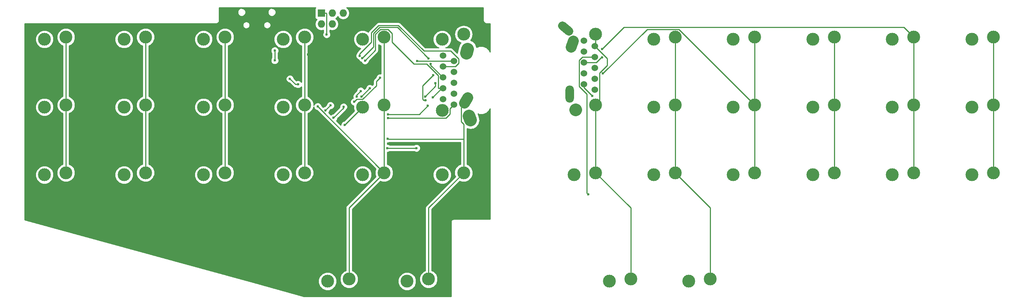
<source format=gtl>
G04 #@! TF.FileFunction,Copper,L1,Top,Signal*
%FSLAX46Y46*%
G04 Gerber Fmt 4.6, Leading zero omitted, Abs format (unit mm)*
G04 Created by KiCad (PCBNEW 4.0.1-stable) date Saturday, January 28, 2017 'PMt' 02:32:07 PM*
%MOMM*%
G01*
G04 APERTURE LIST*
%ADD10C,0.100000*%
%ADD11C,3.000000*%
%ADD12C,2.500000*%
%ADD13O,3.000000X3.000000*%
%ADD14C,1.524000*%
%ADD15O,2.000000X4.000000*%
%ADD16C,2.000000*%
%ADD17C,3.000000*%
%ADD18R,1.727200X1.727200*%
%ADD19O,1.727200X1.727200*%
%ADD20C,0.600000*%
%ADD21C,0.250000*%
%ADD22C,0.254000*%
G04 APERTURE END LIST*
D10*
D11*
X79250000Y-2400000D03*
X84250000Y-1900000D03*
X71083330Y-58800000D03*
X76083330Y-58300000D03*
X42250000Y-2400000D03*
X47250000Y-1900000D03*
D12*
X128296091Y-2822862D02*
X127783061Y-4232400D01*
D13*
X133450000Y-1200000D03*
D14*
X133250000Y-14150000D03*
D15*
X127410000Y-15210000D03*
D16*
X125724703Y754133D02*
X127256791Y-531443D01*
D14*
X130710000Y-12880000D03*
X133250000Y-11610000D03*
X133250000Y-9070000D03*
X133250000Y-6530000D03*
X133250000Y-3990000D03*
X130710000Y-10340000D03*
X130710000Y-7800000D03*
X130710000Y-5260000D03*
X130710000Y-2720000D03*
D11*
X97750000Y-2400000D03*
D13*
X102750000Y-1200000D03*
X97750000Y-18950000D03*
D12*
X103725000Y-16011251D02*
X102975000Y-17310289D01*
D14*
X97930000Y-6220000D03*
D17*
X103640591Y-4642963D02*
X103381771Y-5608889D01*
X103975212Y-20273816D02*
X104317232Y-21213508D01*
D14*
X100470000Y-7490000D03*
X97930000Y-8760000D03*
X97930000Y-11300000D03*
X97930000Y-13840000D03*
X97930000Y-16380000D03*
X100470000Y-10030000D03*
X100470000Y-12570000D03*
X100470000Y-15110000D03*
X100470000Y-17650000D03*
D18*
X69640000Y3710000D03*
D19*
X69640000Y1170000D03*
X72180000Y3710000D03*
X72180000Y1170000D03*
X74720000Y3710000D03*
X74720000Y1170000D03*
D11*
X5250000Y-2400000D03*
X10250000Y-1900000D03*
X155116667Y-58800000D03*
X160116667Y-58300000D03*
X136616667Y-58800000D03*
X141616667Y-58300000D03*
X89583330Y-58800000D03*
X94583330Y-58300000D03*
X220950000Y-34000000D03*
X225950000Y-33500000D03*
X202450000Y-34000000D03*
X207450000Y-33500000D03*
X183950000Y-34000000D03*
X188950000Y-33500000D03*
X165450000Y-34000000D03*
X170450000Y-33500000D03*
X146950000Y-34000000D03*
X151950000Y-33500000D03*
X128450000Y-34000000D03*
X133450000Y-33500000D03*
X97750000Y-34000000D03*
X102750000Y-33500000D03*
X79250000Y-34000000D03*
X84250000Y-33500000D03*
X60750000Y-34000000D03*
X65750000Y-33500000D03*
X42250000Y-34000000D03*
X47250000Y-33500000D03*
X23750000Y-34000000D03*
X28750000Y-33500000D03*
X5250000Y-34000000D03*
X10250000Y-33500000D03*
X220950000Y-18200000D03*
X225950000Y-17700000D03*
X202450000Y-18200000D03*
X207450000Y-17700000D03*
X183950000Y-18200000D03*
X188950000Y-17700000D03*
X165450000Y-18200000D03*
X170450000Y-17700000D03*
X146950000Y-18200000D03*
X151950000Y-17700000D03*
D17*
X128800000Y-18806218D02*
X128800000Y-18806218D01*
D11*
X133450000Y-17700000D03*
X79250000Y-18200000D03*
X84250000Y-17700000D03*
X60750000Y-18200000D03*
X65750000Y-17700000D03*
X42250000Y-18200000D03*
X47250000Y-17700000D03*
X23750000Y-18200000D03*
X28750000Y-17700000D03*
X5250000Y-18200000D03*
X10250000Y-17700000D03*
X220950000Y-2400000D03*
X225950000Y-1900000D03*
X202450000Y-2400000D03*
X207450000Y-1900000D03*
X183950000Y-2400000D03*
X188950000Y-1900000D03*
X165450000Y-2400000D03*
X170450000Y-1900000D03*
X146950000Y-2400000D03*
X151950000Y-1900000D03*
X60750000Y-2400000D03*
X65750000Y-1900000D03*
X23750000Y-2400000D03*
X28750000Y-1900000D03*
D20*
X56890000Y-960000D03*
X95660000Y3000000D03*
X76277258Y-3960000D03*
X80660000Y-8230000D03*
X70970000Y-12640000D03*
X72410000Y-10070000D03*
X70100000Y-21720000D03*
X51540000Y-2480000D03*
X66559586Y-5921274D03*
X62560000Y-8830000D03*
X70586949Y-18953051D03*
X71750000Y-17830000D03*
X62340000Y-11610000D03*
X64230000Y-12920000D03*
X58820000Y-5040000D03*
X58800000Y-7320009D03*
X95650000Y-10750000D03*
X93850000Y-16600000D03*
X91750000Y-27750060D03*
X85000000Y-27750060D03*
X78577542Y-6241166D03*
X75100000Y-22350000D03*
X96200000Y-12600000D03*
X93800000Y-15735010D03*
X79150000Y-6800000D03*
X94600000Y-6850000D03*
X95083052Y-8183052D03*
X95550000Y-15900000D03*
X79800000Y-7350000D03*
X131700000Y-38550000D03*
X68800000Y-18050000D03*
X85050000Y-25550000D03*
X132700000Y-15600000D03*
X135150000Y-10350000D03*
X134988052Y-6611948D03*
X134950000Y-4700000D03*
X85200000Y-20775001D03*
X78800000Y-14450000D03*
X77900000Y-15735010D03*
X80900000Y-13824990D03*
X78950000Y-15735010D03*
X91950000Y-7500000D03*
X83300000Y-11325050D03*
X77300000Y-16985021D03*
X85200000Y-19900000D03*
X94416949Y-17916949D03*
X70870000Y-1280000D03*
X74819250Y-18140750D03*
X72490000Y-20700000D03*
D21*
X70120000Y-21700000D02*
X70100000Y-21720000D01*
X71750000Y-17830000D02*
X71710000Y-17830000D01*
X71710000Y-17830000D02*
X70586949Y-18953051D01*
X64230000Y-12920000D02*
X63650000Y-12920000D01*
X63650000Y-12920000D02*
X62340000Y-11610000D01*
X58820000Y-5040000D02*
X58820000Y-7300009D01*
X58820000Y-7300009D02*
X58800000Y-7320009D01*
X93850000Y-16600000D02*
X93425736Y-16600000D01*
X93174999Y-13225001D02*
X95650000Y-10750000D01*
X93425736Y-16600000D02*
X93174999Y-16349263D01*
X93174999Y-16349263D02*
X93174999Y-13225001D01*
X85000000Y-27750060D02*
X91750000Y-27750060D01*
X97930000Y-8760000D02*
X100808762Y-8760000D01*
X100808762Y-8760000D02*
X101557001Y-8011761D01*
X101557001Y-8011761D02*
X101557001Y-6968239D01*
X101557001Y-6968239D02*
X99721761Y-5132999D01*
X99721761Y-5132999D02*
X93519409Y-5132999D01*
X81310164Y-3040838D02*
X78577542Y-5773460D01*
X93519409Y-5132999D02*
X87561390Y825020D01*
X87561390Y825020D02*
X83001197Y825019D01*
X83001197Y825019D02*
X81310164Y-866014D01*
X78577542Y-5773460D02*
X78577542Y-6241166D01*
X81310164Y-866014D02*
X81310164Y-3040838D01*
X79250000Y-18200000D02*
X75100000Y-22350000D01*
X93800000Y-15735010D02*
X96200000Y-13335010D01*
X96200000Y-13335010D02*
X96200000Y-12600000D01*
X94600000Y-6850000D02*
X87374990Y375010D01*
X87374990Y375010D02*
X83187598Y375010D01*
X81760174Y-1052414D02*
X81760174Y-4189826D01*
X83187598Y375010D02*
X81760174Y-1052414D01*
X81760174Y-4189826D02*
X79150000Y-6800000D01*
X97930000Y-11300000D02*
X95083052Y-8453052D01*
X95083052Y-8453052D02*
X95083052Y-8183052D01*
X82210184Y-1238814D02*
X82210184Y-4939816D01*
X95550000Y-15900000D02*
X97610000Y-13840000D01*
X97610000Y-13840000D02*
X97930000Y-13840000D01*
X96842999Y-10849409D02*
X94118591Y-8125001D01*
X94118591Y-8125001D02*
X91137371Y-8125001D01*
X91137371Y-8125001D02*
X86075001Y-3062631D01*
X96852370Y-13840000D02*
X96852370Y-11831132D01*
X96842999Y-11821761D02*
X96842999Y-10849409D01*
X96852370Y-11831132D02*
X96842999Y-11821761D01*
X97930000Y-13840000D02*
X96852370Y-13840000D01*
X86075001Y-3062631D02*
X86075001Y-1023999D01*
X86075001Y-1023999D02*
X85126001Y-74999D01*
X85126001Y-74999D02*
X83373999Y-74999D01*
X83373999Y-74999D02*
X82210184Y-1238814D01*
X82210184Y-4939816D02*
X79800000Y-7350000D01*
X131700000Y-38550000D02*
X131400001Y-38250001D01*
X131400001Y-38250001D02*
X131400001Y-15178763D01*
X131400001Y-15178763D02*
X129622999Y-13401761D01*
X129622999Y-13401761D02*
X129622999Y-7278239D01*
X129622999Y-7278239D02*
X130371238Y-6530000D01*
X130371238Y-6530000D02*
X132172370Y-6530000D01*
X132172370Y-6530000D02*
X133250000Y-6530000D01*
X10250000Y-17700000D02*
X10250000Y-1900000D01*
X10250000Y-33500000D02*
X10250000Y-31378680D01*
X10250000Y-31378680D02*
X10250000Y-17700000D01*
X28750000Y-17700000D02*
X28750000Y-1900000D01*
X28750000Y-33500000D02*
X28750000Y-17700000D01*
X47250000Y-17700000D02*
X47250000Y-15578680D01*
X47250000Y-15578680D02*
X47250000Y-1900000D01*
X47250000Y-17700000D02*
X47250000Y-33500000D01*
X47250000Y-33500000D02*
X47250000Y-31378680D01*
X65750000Y-17700000D02*
X65750000Y-1900000D01*
X65750000Y-33500000D02*
X65750000Y-17700000D01*
X76083330Y-58300000D02*
X76083330Y-41666670D01*
X76083330Y-41666670D02*
X84250000Y-33500000D01*
X84250000Y-33500000D02*
X68800000Y-18050000D01*
X84250000Y-17700000D02*
X84250000Y-1900000D01*
X84250000Y-17700000D02*
X84250000Y-33500000D01*
X94583330Y-49300000D02*
X94583330Y-58300000D01*
X102750000Y-25650000D02*
X102750000Y-22219160D01*
X102750000Y-33500000D02*
X102750000Y-25650000D01*
X102750000Y-25650000D02*
X85150000Y-25650000D01*
X85150000Y-25650000D02*
X85050000Y-25550000D01*
X102750000Y-22219160D02*
X102150202Y-21619362D01*
X102150202Y-21619362D02*
X102150202Y-18299798D01*
X102150202Y-18299798D02*
X102750000Y-17700000D01*
X94583330Y-49300000D02*
X94583330Y-41666670D01*
X94583330Y-41666670D02*
X102750000Y-33500000D01*
X141616667Y-41666667D02*
X141616667Y-58300000D01*
X134337001Y-16812999D02*
X134337001Y-10250000D01*
X136100000Y-6840000D02*
X136100000Y-8487001D01*
X136100000Y-8487001D02*
X134337001Y-10250000D01*
X133250000Y-3990000D02*
X136100000Y-6840000D01*
X133450000Y-17700000D02*
X134337001Y-16812999D01*
X133450000Y-1900000D02*
X133450000Y-3790000D01*
X133450000Y-3790000D02*
X133250000Y-3990000D01*
X133450000Y-33500000D02*
X133450000Y-17700000D01*
X141616667Y-41666667D02*
X133450000Y-33500000D01*
X160116667Y-41666667D02*
X160116667Y-58300000D01*
X132700000Y-15600000D02*
X130710000Y-13610000D01*
X130710000Y-13610000D02*
X130710000Y-12880000D01*
X151950000Y-17700000D02*
X151950000Y-1900000D01*
X151950000Y-33500000D02*
X151950000Y-17700000D01*
X160116667Y-41666667D02*
X151950000Y-33500000D01*
X170450000Y-17700000D02*
X152824999Y-74999D01*
X152824999Y-74999D02*
X145425001Y-74999D01*
X145425001Y-74999D02*
X135150000Y-10350000D01*
X170450000Y-17700000D02*
X170450000Y-1900000D01*
X170450000Y-33500000D02*
X170450000Y-17700000D01*
X134988052Y-6611948D02*
X134776814Y-6611948D01*
X134776814Y-6611948D02*
X133588762Y-7800000D01*
X133588762Y-7800000D02*
X131787630Y-7800000D01*
X131787630Y-7800000D02*
X130710000Y-7800000D01*
X188950000Y-1900000D02*
X188950000Y-4021320D01*
X188950000Y-4021320D02*
X188950000Y-17700000D01*
X188950000Y-33500000D02*
X188950000Y-31378680D01*
X188950000Y-31378680D02*
X188950000Y-17700000D01*
X207450000Y-1900000D02*
X205174990Y375010D01*
X205174990Y375010D02*
X140025010Y375010D01*
X140025010Y375010D02*
X134950000Y-4700000D01*
X207450000Y-17700000D02*
X207450000Y-15578680D01*
X207450000Y-15578680D02*
X207450000Y-1900000D01*
X207450000Y-33500000D02*
X207450000Y-17700000D01*
X225950000Y-17700000D02*
X225950000Y-1900000D01*
X225950000Y-33500000D02*
X225950000Y-31378680D01*
X225950000Y-31378680D02*
X225950000Y-17700000D01*
X85200000Y-20775001D02*
X98626001Y-20775001D01*
X98626001Y-20775001D02*
X99575001Y-19826001D01*
X99575001Y-19826001D02*
X99575001Y-18544999D01*
X99575001Y-18544999D02*
X100470000Y-17650000D01*
X77900000Y-15735010D02*
X77900000Y-15350000D01*
X77900000Y-15350000D02*
X78800000Y-14450000D01*
X78950000Y-15735010D02*
X80860020Y-13824990D01*
X80860020Y-13824990D02*
X80900000Y-13824990D01*
X91950000Y-7500000D02*
X100460000Y-7500000D01*
X100460000Y-7500000D02*
X100470000Y-7490000D01*
X82450000Y-13199980D02*
X82450000Y-12175050D01*
X82450000Y-12175050D02*
X83300000Y-11325050D01*
X77300000Y-16985021D02*
X77910022Y-16374999D01*
X77910022Y-16374999D02*
X79274981Y-16374999D01*
X79274981Y-16374999D02*
X82450000Y-13199980D01*
X94416949Y-17916949D02*
X92433898Y-19900000D01*
X92433898Y-19900000D02*
X85200000Y-19900000D01*
X69640000Y3710000D02*
X70753600Y3710000D01*
X70753600Y3710000D02*
X70870000Y3593600D01*
X70870000Y3593600D02*
X70870000Y-1280000D01*
X72490000Y-20700000D02*
X74819250Y-18370750D01*
X74819250Y-18370750D02*
X74819250Y-18140750D01*
D22*
G36*
X68179969Y4825490D02*
X68128960Y4573600D01*
X68128960Y2846400D01*
X68173238Y2611083D01*
X68312310Y2394959D01*
X68524510Y2249969D01*
X68568345Y2241092D01*
X68255474Y1772848D01*
X68141400Y1199359D01*
X68141400Y1140641D01*
X68255474Y567152D01*
X68580330Y80971D01*
X69066511Y-243885D01*
X69640000Y-357959D01*
X70110000Y-264470D01*
X70110000Y-717537D01*
X70077808Y-749673D01*
X69935162Y-1093201D01*
X69934838Y-1465167D01*
X70076883Y-1808943D01*
X70339673Y-2072192D01*
X70683201Y-2214838D01*
X71055167Y-2215162D01*
X71398943Y-2073117D01*
X71662192Y-1810327D01*
X71804838Y-1466799D01*
X71805162Y-1094833D01*
X71663117Y-751057D01*
X71630000Y-717882D01*
X71630000Y-248557D01*
X72180000Y-357959D01*
X72753489Y-243885D01*
X73239670Y80971D01*
X73564526Y567152D01*
X73678600Y1140641D01*
X73678600Y1199359D01*
X73564526Y1772848D01*
X73239670Y2259029D01*
X72968828Y2440000D01*
X73239670Y2620971D01*
X73450000Y2935752D01*
X73660330Y2620971D01*
X74146511Y2296115D01*
X74720000Y2182041D01*
X75293489Y2296115D01*
X75779670Y2620971D01*
X76104526Y3107152D01*
X76218600Y3680641D01*
X76218600Y3739359D01*
X76104526Y4312848D01*
X75779670Y4799029D01*
X75493862Y4990000D01*
X107290000Y4990000D01*
X107290000Y2000000D01*
X107344046Y1728295D01*
X107497954Y1497954D01*
X107728295Y1344046D01*
X108000000Y1290000D01*
X108873000Y1290000D01*
X108873000Y-5335972D01*
X108715845Y-4955628D01*
X108087679Y-4326364D01*
X107266519Y-3985389D01*
X106377381Y-3984613D01*
X105747129Y-4245028D01*
X105502917Y-3525601D01*
X104953659Y-2899291D01*
X104367836Y-2610394D01*
X104764310Y-2017029D01*
X104926827Y-1200000D01*
X104764310Y-382971D01*
X104301500Y309673D01*
X103608856Y772483D01*
X102791827Y935000D01*
X102708173Y935000D01*
X101891144Y772483D01*
X101198500Y309673D01*
X100735690Y-382971D01*
X100573173Y-1200000D01*
X100735690Y-2017029D01*
X101198500Y-2709673D01*
X101891144Y-3172483D01*
X102059768Y-3206024D01*
X101960143Y-3293393D01*
X101591701Y-4040519D01*
X101306159Y-5106173D01*
X101273162Y-5609598D01*
X100259162Y-4595598D01*
X100012600Y-4430851D01*
X99721761Y-4372999D01*
X98565782Y-4372999D01*
X98957800Y-4211020D01*
X99558909Y-3610959D01*
X99884628Y-2826541D01*
X99885370Y-1977185D01*
X99561020Y-1192200D01*
X98960959Y-591091D01*
X98176541Y-265372D01*
X97327185Y-264630D01*
X96542200Y-588980D01*
X95941091Y-1189041D01*
X95615372Y-1973459D01*
X95614630Y-2822815D01*
X95938980Y-3607800D01*
X96539041Y-4208909D01*
X96934213Y-4372999D01*
X93834211Y-4372999D01*
X88098791Y1362421D01*
X87852229Y1527168D01*
X87561390Y1585020D01*
X83001197Y1585019D01*
X82710358Y1527167D01*
X82463796Y1362420D01*
X80772763Y-328613D01*
X80608016Y-575175D01*
X80580942Y-711284D01*
X80460959Y-591091D01*
X79676541Y-265372D01*
X78827185Y-264630D01*
X78042200Y-588980D01*
X77441091Y-1189041D01*
X77115372Y-1973459D01*
X77114630Y-2822815D01*
X77438980Y-3607800D01*
X78039041Y-4208909D01*
X78765598Y-4510602D01*
X78040141Y-5236059D01*
X77875394Y-5482621D01*
X77841060Y-5655226D01*
X77785350Y-5710839D01*
X77642704Y-6054367D01*
X77642380Y-6426333D01*
X77784425Y-6770109D01*
X78047215Y-7033358D01*
X78273590Y-7127357D01*
X78356883Y-7328943D01*
X78619673Y-7592192D01*
X78944055Y-7726888D01*
X79006883Y-7878943D01*
X79269673Y-8142192D01*
X79613201Y-8284838D01*
X79985167Y-8285162D01*
X80328943Y-8143117D01*
X80592192Y-7880327D01*
X80734838Y-7536799D01*
X80734879Y-7489923D01*
X82747585Y-5477217D01*
X82912332Y-5230655D01*
X82970184Y-4939816D01*
X82970184Y-3639932D01*
X83039041Y-3708909D01*
X83490000Y-3896164D01*
X83490000Y-10391541D01*
X83486799Y-10390212D01*
X83114833Y-10389888D01*
X82771057Y-10531933D01*
X82507808Y-10794723D01*
X82365162Y-11138251D01*
X82365121Y-11185127D01*
X81912599Y-11637649D01*
X81747852Y-11884211D01*
X81690000Y-12175050D01*
X81690000Y-12885178D01*
X81486305Y-13088873D01*
X81430327Y-13032798D01*
X81086799Y-12890152D01*
X80714833Y-12889828D01*
X80371057Y-13031873D01*
X80107808Y-13294663D01*
X79965162Y-13638191D01*
X79965156Y-13645052D01*
X79621196Y-13989012D01*
X79593117Y-13921057D01*
X79330327Y-13657808D01*
X78986799Y-13515162D01*
X78614833Y-13514838D01*
X78271057Y-13656883D01*
X78007808Y-13919673D01*
X77865162Y-14263201D01*
X77865121Y-14310077D01*
X77362599Y-14812599D01*
X77197852Y-15059161D01*
X77184043Y-15128580D01*
X77107808Y-15204683D01*
X76965162Y-15548211D01*
X76964838Y-15920177D01*
X77032481Y-16083886D01*
X76771057Y-16191904D01*
X76507808Y-16454694D01*
X76365162Y-16798222D01*
X76364838Y-17170188D01*
X76506883Y-17513964D01*
X76769673Y-17777213D01*
X77113201Y-17919859D01*
X77115244Y-17919861D01*
X77114630Y-18622815D01*
X77301098Y-19074100D01*
X74960320Y-21414878D01*
X74914833Y-21414838D01*
X74571057Y-21556883D01*
X74307808Y-21819673D01*
X74165162Y-22163201D01*
X74165008Y-22340206D01*
X73168561Y-21343759D01*
X73282192Y-21230327D01*
X73424838Y-20886799D01*
X73424879Y-20839923D01*
X75318783Y-18946019D01*
X75348193Y-18933867D01*
X75611442Y-18671077D01*
X75754088Y-18327549D01*
X75754412Y-17955583D01*
X75612367Y-17611807D01*
X75349577Y-17348558D01*
X75006049Y-17205912D01*
X74634083Y-17205588D01*
X74290307Y-17347633D01*
X74027058Y-17610423D01*
X73884412Y-17953951D01*
X73884171Y-18231027D01*
X72350320Y-19764878D01*
X72304833Y-19764838D01*
X71961057Y-19906883D01*
X71846271Y-20021469D01*
X71343630Y-19518828D01*
X71379141Y-19483378D01*
X71521787Y-19139850D01*
X71521828Y-19092974D01*
X71849714Y-18765088D01*
X71935167Y-18765162D01*
X72278943Y-18623117D01*
X72542192Y-18360327D01*
X72684838Y-18016799D01*
X72685162Y-17644833D01*
X72543117Y-17301057D01*
X72280327Y-17037808D01*
X71936799Y-16895162D01*
X71564833Y-16894838D01*
X71221057Y-17036883D01*
X70957808Y-17299673D01*
X70815162Y-17643201D01*
X70815156Y-17650042D01*
X70447269Y-18017929D01*
X70401782Y-18017889D01*
X70058006Y-18159934D01*
X70021339Y-18196537D01*
X69735122Y-17910320D01*
X69735162Y-17864833D01*
X69593117Y-17521057D01*
X69330327Y-17257808D01*
X68986799Y-17115162D01*
X68614833Y-17114838D01*
X68271057Y-17256883D01*
X68007808Y-17519673D01*
X67884900Y-17815668D01*
X67885370Y-17277185D01*
X67561020Y-16492200D01*
X66960959Y-15891091D01*
X66510000Y-15703836D01*
X66510000Y-3896048D01*
X66957800Y-3711020D01*
X67558909Y-3110959D01*
X67884628Y-2326541D01*
X67885370Y-1477185D01*
X67561020Y-692200D01*
X66960959Y-91091D01*
X66176541Y234628D01*
X65327185Y235370D01*
X64542200Y-88980D01*
X63941091Y-689041D01*
X63615372Y-1473459D01*
X63614630Y-2322815D01*
X63938980Y-3107800D01*
X64539041Y-3708909D01*
X64990000Y-3896164D01*
X64990000Y-12357882D01*
X64760327Y-12127808D01*
X64416799Y-11985162D01*
X64044833Y-11984838D01*
X63864254Y-12059452D01*
X63275122Y-11470320D01*
X63275162Y-11424833D01*
X63133117Y-11081057D01*
X62870327Y-10817808D01*
X62526799Y-10675162D01*
X62154833Y-10674838D01*
X61811057Y-10816883D01*
X61547808Y-11079673D01*
X61405162Y-11423201D01*
X61404838Y-11795167D01*
X61546883Y-12138943D01*
X61809673Y-12402192D01*
X62153201Y-12544838D01*
X62200077Y-12544879D01*
X63112599Y-13457401D01*
X63359161Y-13622148D01*
X63650000Y-13680000D01*
X63667537Y-13680000D01*
X63699673Y-13712192D01*
X64043201Y-13854838D01*
X64415167Y-13855162D01*
X64758943Y-13713117D01*
X64990000Y-13482463D01*
X64990000Y-15703952D01*
X64542200Y-15888980D01*
X63941091Y-16489041D01*
X63615372Y-17273459D01*
X63614630Y-18122815D01*
X63938980Y-18907800D01*
X64539041Y-19508909D01*
X64990000Y-19696164D01*
X64990000Y-31503952D01*
X64542200Y-31688980D01*
X63941091Y-32289041D01*
X63615372Y-33073459D01*
X63614630Y-33922815D01*
X63938980Y-34707800D01*
X64539041Y-35308909D01*
X65323459Y-35634628D01*
X66172815Y-35635370D01*
X66957800Y-35311020D01*
X67558909Y-34710959D01*
X67678556Y-34422815D01*
X77114630Y-34422815D01*
X77438980Y-35207800D01*
X78039041Y-35808909D01*
X78823459Y-36134628D01*
X79672815Y-36135370D01*
X80457800Y-35811020D01*
X81058909Y-35210959D01*
X81384628Y-34426541D01*
X81385370Y-33577185D01*
X81061020Y-32792200D01*
X80460959Y-32191091D01*
X79676541Y-31865372D01*
X78827185Y-31864630D01*
X78042200Y-32188980D01*
X77441091Y-32789041D01*
X77115372Y-33573459D01*
X77114630Y-34422815D01*
X67678556Y-34422815D01*
X67884628Y-33926541D01*
X67885370Y-33077185D01*
X67561020Y-32292200D01*
X66960959Y-31691091D01*
X66510000Y-31503836D01*
X66510000Y-19696048D01*
X66957800Y-19511020D01*
X67558909Y-18910959D01*
X67864891Y-18174072D01*
X67864838Y-18235167D01*
X68006883Y-18578943D01*
X68269673Y-18842192D01*
X68613201Y-18984838D01*
X68660077Y-18984879D01*
X82301181Y-32625983D01*
X82115372Y-33073459D01*
X82114630Y-33922815D01*
X82301098Y-34374100D01*
X75545929Y-41129269D01*
X75381182Y-41375831D01*
X75323330Y-41666670D01*
X75323330Y-56303952D01*
X74875530Y-56488980D01*
X74274421Y-57089041D01*
X73948702Y-57873459D01*
X73947960Y-58722815D01*
X74272310Y-59507800D01*
X74872371Y-60108909D01*
X75656789Y-60434628D01*
X76506145Y-60435370D01*
X77291130Y-60111020D01*
X77892239Y-59510959D01*
X78011886Y-59222815D01*
X87447960Y-59222815D01*
X87772310Y-60007800D01*
X88372371Y-60608909D01*
X89156789Y-60934628D01*
X90006145Y-60935370D01*
X90791130Y-60611020D01*
X91392239Y-60010959D01*
X91717958Y-59226541D01*
X91718700Y-58377185D01*
X91394350Y-57592200D01*
X90794289Y-56991091D01*
X90009871Y-56665372D01*
X89160515Y-56664630D01*
X88375530Y-56988980D01*
X87774421Y-57589041D01*
X87448702Y-58373459D01*
X87447960Y-59222815D01*
X78011886Y-59222815D01*
X78217958Y-58726541D01*
X78218700Y-57877185D01*
X77894350Y-57092200D01*
X77294289Y-56491091D01*
X76843330Y-56303836D01*
X76843330Y-41981472D01*
X83375983Y-35448819D01*
X83823459Y-35634628D01*
X84672815Y-35635370D01*
X85457800Y-35311020D01*
X86058909Y-34710959D01*
X86178556Y-34422815D01*
X95614630Y-34422815D01*
X95938980Y-35207800D01*
X96539041Y-35808909D01*
X97323459Y-36134628D01*
X98172815Y-36135370D01*
X98957800Y-35811020D01*
X99558909Y-35210959D01*
X99884628Y-34426541D01*
X99885370Y-33577185D01*
X99561020Y-32792200D01*
X98960959Y-32191091D01*
X98176541Y-31865372D01*
X97327185Y-31864630D01*
X96542200Y-32188980D01*
X95941091Y-32789041D01*
X95615372Y-33573459D01*
X95614630Y-34422815D01*
X86178556Y-34422815D01*
X86384628Y-33926541D01*
X86385370Y-33077185D01*
X86061020Y-32292200D01*
X85460959Y-31691091D01*
X85010000Y-31503836D01*
X85010000Y-28685069D01*
X85185167Y-28685222D01*
X85528943Y-28543177D01*
X85562118Y-28510060D01*
X91187537Y-28510060D01*
X91219673Y-28542252D01*
X91563201Y-28684898D01*
X91935167Y-28685222D01*
X92278943Y-28543177D01*
X92542192Y-28280387D01*
X92684838Y-27936859D01*
X92685162Y-27564893D01*
X92543117Y-27221117D01*
X92280327Y-26957868D01*
X91936799Y-26815222D01*
X91564833Y-26814898D01*
X91221057Y-26956943D01*
X91187882Y-26990060D01*
X85562463Y-26990060D01*
X85530327Y-26957868D01*
X85186799Y-26815222D01*
X85010000Y-26815068D01*
X85010000Y-26484966D01*
X85235167Y-26485162D01*
X85417073Y-26410000D01*
X101990000Y-26410000D01*
X101990000Y-31503952D01*
X101542200Y-31688980D01*
X100941091Y-32289041D01*
X100615372Y-33073459D01*
X100614630Y-33922815D01*
X100801098Y-34374100D01*
X94045929Y-41129269D01*
X93881182Y-41375831D01*
X93823330Y-41666670D01*
X93823330Y-56303952D01*
X93375530Y-56488980D01*
X92774421Y-57089041D01*
X92448702Y-57873459D01*
X92447960Y-58722815D01*
X92772310Y-59507800D01*
X93372371Y-60108909D01*
X94156789Y-60434628D01*
X95006145Y-60435370D01*
X95791130Y-60111020D01*
X96392239Y-59510959D01*
X96717958Y-58726541D01*
X96718700Y-57877185D01*
X96394350Y-57092200D01*
X95794289Y-56491091D01*
X95343330Y-56303836D01*
X95343330Y-41981472D01*
X101875983Y-35448819D01*
X102323459Y-35634628D01*
X103172815Y-35635370D01*
X103957800Y-35311020D01*
X104558909Y-34710959D01*
X104884628Y-33926541D01*
X104885370Y-33077185D01*
X104561020Y-32292200D01*
X103960959Y-31691091D01*
X103510000Y-31503836D01*
X103510000Y-23215925D01*
X104241760Y-23394986D01*
X105065101Y-23268262D01*
X105777273Y-22836106D01*
X106269855Y-22164309D01*
X106467856Y-21355146D01*
X106341132Y-20531806D01*
X106057874Y-19753560D01*
X106373481Y-19884611D01*
X107262619Y-19885387D01*
X108084372Y-19545845D01*
X108713636Y-18917679D01*
X108873000Y-18533887D01*
X108873000Y-44290000D01*
X100500000Y-44290000D01*
X100228295Y-44344046D01*
X99997954Y-44497954D01*
X99844046Y-44728295D01*
X99790000Y-45000000D01*
X99790000Y-62290000D01*
X65595781Y-62290000D01*
X54434636Y-59222815D01*
X68947960Y-59222815D01*
X69272310Y-60007800D01*
X69872371Y-60608909D01*
X70656789Y-60934628D01*
X71506145Y-60935370D01*
X72291130Y-60611020D01*
X72892239Y-60010959D01*
X73217958Y-59226541D01*
X73218700Y-58377185D01*
X72894350Y-57592200D01*
X72294289Y-56991091D01*
X71509871Y-56665372D01*
X70660515Y-56664630D01*
X69875530Y-56988980D01*
X69274421Y-57589041D01*
X68948702Y-58373459D01*
X68947960Y-59222815D01*
X54434636Y-59222815D01*
X710000Y-44458793D01*
X710000Y-34422815D01*
X3114630Y-34422815D01*
X3438980Y-35207800D01*
X4039041Y-35808909D01*
X4823459Y-36134628D01*
X5672815Y-36135370D01*
X6457800Y-35811020D01*
X7058909Y-35210959D01*
X7384628Y-34426541D01*
X7385370Y-33577185D01*
X7061020Y-32792200D01*
X6460959Y-32191091D01*
X5676541Y-31865372D01*
X4827185Y-31864630D01*
X4042200Y-32188980D01*
X3441091Y-32789041D01*
X3115372Y-33573459D01*
X3114630Y-34422815D01*
X710000Y-34422815D01*
X710000Y-18622815D01*
X3114630Y-18622815D01*
X3438980Y-19407800D01*
X4039041Y-20008909D01*
X4823459Y-20334628D01*
X5672815Y-20335370D01*
X6457800Y-20011020D01*
X7058909Y-19410959D01*
X7384628Y-18626541D01*
X7385370Y-17777185D01*
X7061020Y-16992200D01*
X6460959Y-16391091D01*
X5676541Y-16065372D01*
X4827185Y-16064630D01*
X4042200Y-16388980D01*
X3441091Y-16989041D01*
X3115372Y-17773459D01*
X3114630Y-18622815D01*
X710000Y-18622815D01*
X710000Y-2822815D01*
X3114630Y-2822815D01*
X3438980Y-3607800D01*
X4039041Y-4208909D01*
X4823459Y-4534628D01*
X5672815Y-4535370D01*
X6457800Y-4211020D01*
X7058909Y-3610959D01*
X7384628Y-2826541D01*
X7385068Y-2322815D01*
X8114630Y-2322815D01*
X8438980Y-3107800D01*
X9039041Y-3708909D01*
X9490000Y-3896164D01*
X9490000Y-15703952D01*
X9042200Y-15888980D01*
X8441091Y-16489041D01*
X8115372Y-17273459D01*
X8114630Y-18122815D01*
X8438980Y-18907800D01*
X9039041Y-19508909D01*
X9490000Y-19696164D01*
X9490000Y-31503952D01*
X9042200Y-31688980D01*
X8441091Y-32289041D01*
X8115372Y-33073459D01*
X8114630Y-33922815D01*
X8438980Y-34707800D01*
X9039041Y-35308909D01*
X9823459Y-35634628D01*
X10672815Y-35635370D01*
X11457800Y-35311020D01*
X12058909Y-34710959D01*
X12178556Y-34422815D01*
X21614630Y-34422815D01*
X21938980Y-35207800D01*
X22539041Y-35808909D01*
X23323459Y-36134628D01*
X24172815Y-36135370D01*
X24957800Y-35811020D01*
X25558909Y-35210959D01*
X25884628Y-34426541D01*
X25885370Y-33577185D01*
X25561020Y-32792200D01*
X24960959Y-32191091D01*
X24176541Y-31865372D01*
X23327185Y-31864630D01*
X22542200Y-32188980D01*
X21941091Y-32789041D01*
X21615372Y-33573459D01*
X21614630Y-34422815D01*
X12178556Y-34422815D01*
X12384628Y-33926541D01*
X12385370Y-33077185D01*
X12061020Y-32292200D01*
X11460959Y-31691091D01*
X11010000Y-31503836D01*
X11010000Y-19696048D01*
X11457800Y-19511020D01*
X12058909Y-18910959D01*
X12178556Y-18622815D01*
X21614630Y-18622815D01*
X21938980Y-19407800D01*
X22539041Y-20008909D01*
X23323459Y-20334628D01*
X24172815Y-20335370D01*
X24957800Y-20011020D01*
X25558909Y-19410959D01*
X25884628Y-18626541D01*
X25885370Y-17777185D01*
X25561020Y-16992200D01*
X24960959Y-16391091D01*
X24176541Y-16065372D01*
X23327185Y-16064630D01*
X22542200Y-16388980D01*
X21941091Y-16989041D01*
X21615372Y-17773459D01*
X21614630Y-18622815D01*
X12178556Y-18622815D01*
X12384628Y-18126541D01*
X12385370Y-17277185D01*
X12061020Y-16492200D01*
X11460959Y-15891091D01*
X11010000Y-15703836D01*
X11010000Y-3896048D01*
X11457800Y-3711020D01*
X12058909Y-3110959D01*
X12178556Y-2822815D01*
X21614630Y-2822815D01*
X21938980Y-3607800D01*
X22539041Y-4208909D01*
X23323459Y-4534628D01*
X24172815Y-4535370D01*
X24957800Y-4211020D01*
X25558909Y-3610959D01*
X25884628Y-2826541D01*
X25885068Y-2322815D01*
X26614630Y-2322815D01*
X26938980Y-3107800D01*
X27539041Y-3708909D01*
X27990000Y-3896164D01*
X27990000Y-15703952D01*
X27542200Y-15888980D01*
X26941091Y-16489041D01*
X26615372Y-17273459D01*
X26614630Y-18122815D01*
X26938980Y-18907800D01*
X27539041Y-19508909D01*
X27990000Y-19696164D01*
X27990000Y-31503952D01*
X27542200Y-31688980D01*
X26941091Y-32289041D01*
X26615372Y-33073459D01*
X26614630Y-33922815D01*
X26938980Y-34707800D01*
X27539041Y-35308909D01*
X28323459Y-35634628D01*
X29172815Y-35635370D01*
X29957800Y-35311020D01*
X30558909Y-34710959D01*
X30678556Y-34422815D01*
X40114630Y-34422815D01*
X40438980Y-35207800D01*
X41039041Y-35808909D01*
X41823459Y-36134628D01*
X42672815Y-36135370D01*
X43457800Y-35811020D01*
X44058909Y-35210959D01*
X44384628Y-34426541D01*
X44385370Y-33577185D01*
X44061020Y-32792200D01*
X43460959Y-32191091D01*
X42676541Y-31865372D01*
X41827185Y-31864630D01*
X41042200Y-32188980D01*
X40441091Y-32789041D01*
X40115372Y-33573459D01*
X40114630Y-34422815D01*
X30678556Y-34422815D01*
X30884628Y-33926541D01*
X30885370Y-33077185D01*
X30561020Y-32292200D01*
X29960959Y-31691091D01*
X29510000Y-31503836D01*
X29510000Y-19696048D01*
X29957800Y-19511020D01*
X30558909Y-18910959D01*
X30678556Y-18622815D01*
X40114630Y-18622815D01*
X40438980Y-19407800D01*
X41039041Y-20008909D01*
X41823459Y-20334628D01*
X42672815Y-20335370D01*
X43457800Y-20011020D01*
X44058909Y-19410959D01*
X44384628Y-18626541D01*
X44385370Y-17777185D01*
X44061020Y-16992200D01*
X43460959Y-16391091D01*
X42676541Y-16065372D01*
X41827185Y-16064630D01*
X41042200Y-16388980D01*
X40441091Y-16989041D01*
X40115372Y-17773459D01*
X40114630Y-18622815D01*
X30678556Y-18622815D01*
X30884628Y-18126541D01*
X30885370Y-17277185D01*
X30561020Y-16492200D01*
X29960959Y-15891091D01*
X29510000Y-15703836D01*
X29510000Y-3896048D01*
X29957800Y-3711020D01*
X30558909Y-3110959D01*
X30678556Y-2822815D01*
X40114630Y-2822815D01*
X40438980Y-3607800D01*
X41039041Y-4208909D01*
X41823459Y-4534628D01*
X42672815Y-4535370D01*
X43457800Y-4211020D01*
X44058909Y-3610959D01*
X44384628Y-2826541D01*
X44385068Y-2322815D01*
X45114630Y-2322815D01*
X45438980Y-3107800D01*
X46039041Y-3708909D01*
X46490000Y-3896164D01*
X46490000Y-15703952D01*
X46042200Y-15888980D01*
X45441091Y-16489041D01*
X45115372Y-17273459D01*
X45114630Y-18122815D01*
X45438980Y-18907800D01*
X46039041Y-19508909D01*
X46490000Y-19696164D01*
X46490000Y-31503952D01*
X46042200Y-31688980D01*
X45441091Y-32289041D01*
X45115372Y-33073459D01*
X45114630Y-33922815D01*
X45438980Y-34707800D01*
X46039041Y-35308909D01*
X46823459Y-35634628D01*
X47672815Y-35635370D01*
X48457800Y-35311020D01*
X49058909Y-34710959D01*
X49178556Y-34422815D01*
X58614630Y-34422815D01*
X58938980Y-35207800D01*
X59539041Y-35808909D01*
X60323459Y-36134628D01*
X61172815Y-36135370D01*
X61957800Y-35811020D01*
X62558909Y-35210959D01*
X62884628Y-34426541D01*
X62885370Y-33577185D01*
X62561020Y-32792200D01*
X61960959Y-32191091D01*
X61176541Y-31865372D01*
X60327185Y-31864630D01*
X59542200Y-32188980D01*
X58941091Y-32789041D01*
X58615372Y-33573459D01*
X58614630Y-34422815D01*
X49178556Y-34422815D01*
X49384628Y-33926541D01*
X49385370Y-33077185D01*
X49061020Y-32292200D01*
X48460959Y-31691091D01*
X48010000Y-31503836D01*
X48010000Y-19696048D01*
X48457800Y-19511020D01*
X49058909Y-18910959D01*
X49178556Y-18622815D01*
X58614630Y-18622815D01*
X58938980Y-19407800D01*
X59539041Y-20008909D01*
X60323459Y-20334628D01*
X61172815Y-20335370D01*
X61957800Y-20011020D01*
X62558909Y-19410959D01*
X62884628Y-18626541D01*
X62885370Y-17777185D01*
X62561020Y-16992200D01*
X61960959Y-16391091D01*
X61176541Y-16065372D01*
X60327185Y-16064630D01*
X59542200Y-16388980D01*
X58941091Y-16989041D01*
X58615372Y-17773459D01*
X58614630Y-18622815D01*
X49178556Y-18622815D01*
X49384628Y-18126541D01*
X49385370Y-17277185D01*
X49061020Y-16492200D01*
X48460959Y-15891091D01*
X48010000Y-15703836D01*
X48010000Y-7505176D01*
X57864838Y-7505176D01*
X58006883Y-7848952D01*
X58269673Y-8112201D01*
X58613201Y-8254847D01*
X58985167Y-8255171D01*
X59328943Y-8113126D01*
X59592192Y-7850336D01*
X59734838Y-7506808D01*
X59735162Y-7134842D01*
X59593117Y-6791066D01*
X59580000Y-6777926D01*
X59580000Y-5602463D01*
X59612192Y-5570327D01*
X59754838Y-5226799D01*
X59755162Y-4854833D01*
X59613117Y-4511057D01*
X59350327Y-4247808D01*
X59006799Y-4105162D01*
X58634833Y-4104838D01*
X58291057Y-4246883D01*
X58027808Y-4509673D01*
X57885162Y-4853201D01*
X57884838Y-5225167D01*
X58026883Y-5568943D01*
X58060000Y-5602118D01*
X58060000Y-6737581D01*
X58007808Y-6789682D01*
X57865162Y-7133210D01*
X57864838Y-7505176D01*
X48010000Y-7505176D01*
X48010000Y-3896048D01*
X48457800Y-3711020D01*
X49058909Y-3110959D01*
X49178556Y-2822815D01*
X58614630Y-2822815D01*
X58938980Y-3607800D01*
X59539041Y-4208909D01*
X60323459Y-4534628D01*
X61172815Y-4535370D01*
X61957800Y-4211020D01*
X62558909Y-3610959D01*
X62884628Y-2826541D01*
X62885370Y-1977185D01*
X62561020Y-1192200D01*
X61960959Y-591091D01*
X61176541Y-265372D01*
X60327185Y-264630D01*
X59542200Y-588980D01*
X58941091Y-1189041D01*
X58615372Y-1973459D01*
X58614630Y-2822815D01*
X49178556Y-2822815D01*
X49384628Y-2326541D01*
X49385370Y-1477185D01*
X49061020Y-692200D01*
X48460959Y-91091D01*
X47676541Y234628D01*
X46827185Y235370D01*
X46042200Y-88980D01*
X45441091Y-689041D01*
X45115372Y-1473459D01*
X45114630Y-2322815D01*
X44385068Y-2322815D01*
X44385370Y-1977185D01*
X44061020Y-1192200D01*
X43460959Y-591091D01*
X42676541Y-265372D01*
X41827185Y-264630D01*
X41042200Y-588980D01*
X40441091Y-1189041D01*
X40115372Y-1973459D01*
X40114630Y-2822815D01*
X30678556Y-2822815D01*
X30884628Y-2326541D01*
X30885370Y-1477185D01*
X30561020Y-692200D01*
X29960959Y-91091D01*
X29176541Y234628D01*
X28327185Y235370D01*
X27542200Y-88980D01*
X26941091Y-689041D01*
X26615372Y-1473459D01*
X26614630Y-2322815D01*
X25885068Y-2322815D01*
X25885370Y-1977185D01*
X25561020Y-1192200D01*
X24960959Y-591091D01*
X24176541Y-265372D01*
X23327185Y-264630D01*
X22542200Y-588980D01*
X21941091Y-1189041D01*
X21615372Y-1973459D01*
X21614630Y-2822815D01*
X12178556Y-2822815D01*
X12384628Y-2326541D01*
X12385370Y-1477185D01*
X12061020Y-692200D01*
X11460959Y-91091D01*
X10676541Y234628D01*
X9827185Y235370D01*
X9042200Y-88980D01*
X8441091Y-689041D01*
X8115372Y-1473459D01*
X8114630Y-2322815D01*
X7385068Y-2322815D01*
X7385370Y-1977185D01*
X7061020Y-1192200D01*
X6460959Y-591091D01*
X5676541Y-265372D01*
X4827185Y-264630D01*
X4042200Y-588980D01*
X3441091Y-1189041D01*
X3115372Y-1973459D01*
X3114630Y-2822815D01*
X710000Y-2822815D01*
X710000Y754637D01*
X51349855Y754637D01*
X51476708Y447628D01*
X51711393Y212534D01*
X52018179Y85145D01*
X52350363Y84855D01*
X52657372Y211708D01*
X52892466Y446393D01*
X53019855Y753179D01*
X53019856Y754637D01*
X56199855Y754637D01*
X56326708Y447628D01*
X56561393Y212534D01*
X56868179Y85145D01*
X57200363Y84855D01*
X57507372Y211708D01*
X57742466Y446393D01*
X57869855Y753179D01*
X57870145Y1085363D01*
X57743292Y1392372D01*
X57508607Y1627466D01*
X57201821Y1754855D01*
X56869637Y1755145D01*
X56562628Y1628292D01*
X56327534Y1393607D01*
X56200145Y1086821D01*
X56199855Y754637D01*
X53019856Y754637D01*
X53020145Y1085363D01*
X52893292Y1392372D01*
X52658607Y1627466D01*
X52351821Y1754855D01*
X52019637Y1755145D01*
X51712628Y1628292D01*
X51477534Y1393607D01*
X51350145Y1086821D01*
X51349855Y754637D01*
X710000Y754637D01*
X710000Y1290000D01*
X45200000Y1290000D01*
X45471705Y1344046D01*
X45702046Y1497954D01*
X45855954Y1728295D01*
X45910000Y2000000D01*
X45910000Y3734833D01*
X50162338Y3734833D01*
X50304383Y3391057D01*
X50567173Y3127808D01*
X50910701Y2985162D01*
X51282667Y2984838D01*
X51626443Y3126883D01*
X51889692Y3389673D01*
X52032338Y3733201D01*
X52032339Y3734833D01*
X57187338Y3734833D01*
X57329383Y3391057D01*
X57592173Y3127808D01*
X57935701Y2985162D01*
X58307667Y2984838D01*
X58651443Y3126883D01*
X58914692Y3389673D01*
X59057338Y3733201D01*
X59057662Y4105167D01*
X58915617Y4448943D01*
X58652827Y4712192D01*
X58309299Y4854838D01*
X57937333Y4855162D01*
X57593557Y4713117D01*
X57330308Y4450327D01*
X57187662Y4106799D01*
X57187338Y3734833D01*
X52032339Y3734833D01*
X52032662Y4105167D01*
X51890617Y4448943D01*
X51627827Y4712192D01*
X51284299Y4854838D01*
X50912333Y4855162D01*
X50568557Y4713117D01*
X50305308Y4450327D01*
X50162662Y4106799D01*
X50162338Y3734833D01*
X45910000Y3734833D01*
X45910000Y4990000D01*
X68292374Y4990000D01*
X68179969Y4825490D01*
X68179969Y4825490D01*
G37*
X68179969Y4825490D02*
X68128960Y4573600D01*
X68128960Y2846400D01*
X68173238Y2611083D01*
X68312310Y2394959D01*
X68524510Y2249969D01*
X68568345Y2241092D01*
X68255474Y1772848D01*
X68141400Y1199359D01*
X68141400Y1140641D01*
X68255474Y567152D01*
X68580330Y80971D01*
X69066511Y-243885D01*
X69640000Y-357959D01*
X70110000Y-264470D01*
X70110000Y-717537D01*
X70077808Y-749673D01*
X69935162Y-1093201D01*
X69934838Y-1465167D01*
X70076883Y-1808943D01*
X70339673Y-2072192D01*
X70683201Y-2214838D01*
X71055167Y-2215162D01*
X71398943Y-2073117D01*
X71662192Y-1810327D01*
X71804838Y-1466799D01*
X71805162Y-1094833D01*
X71663117Y-751057D01*
X71630000Y-717882D01*
X71630000Y-248557D01*
X72180000Y-357959D01*
X72753489Y-243885D01*
X73239670Y80971D01*
X73564526Y567152D01*
X73678600Y1140641D01*
X73678600Y1199359D01*
X73564526Y1772848D01*
X73239670Y2259029D01*
X72968828Y2440000D01*
X73239670Y2620971D01*
X73450000Y2935752D01*
X73660330Y2620971D01*
X74146511Y2296115D01*
X74720000Y2182041D01*
X75293489Y2296115D01*
X75779670Y2620971D01*
X76104526Y3107152D01*
X76218600Y3680641D01*
X76218600Y3739359D01*
X76104526Y4312848D01*
X75779670Y4799029D01*
X75493862Y4990000D01*
X107290000Y4990000D01*
X107290000Y2000000D01*
X107344046Y1728295D01*
X107497954Y1497954D01*
X107728295Y1344046D01*
X108000000Y1290000D01*
X108873000Y1290000D01*
X108873000Y-5335972D01*
X108715845Y-4955628D01*
X108087679Y-4326364D01*
X107266519Y-3985389D01*
X106377381Y-3984613D01*
X105747129Y-4245028D01*
X105502917Y-3525601D01*
X104953659Y-2899291D01*
X104367836Y-2610394D01*
X104764310Y-2017029D01*
X104926827Y-1200000D01*
X104764310Y-382971D01*
X104301500Y309673D01*
X103608856Y772483D01*
X102791827Y935000D01*
X102708173Y935000D01*
X101891144Y772483D01*
X101198500Y309673D01*
X100735690Y-382971D01*
X100573173Y-1200000D01*
X100735690Y-2017029D01*
X101198500Y-2709673D01*
X101891144Y-3172483D01*
X102059768Y-3206024D01*
X101960143Y-3293393D01*
X101591701Y-4040519D01*
X101306159Y-5106173D01*
X101273162Y-5609598D01*
X100259162Y-4595598D01*
X100012600Y-4430851D01*
X99721761Y-4372999D01*
X98565782Y-4372999D01*
X98957800Y-4211020D01*
X99558909Y-3610959D01*
X99884628Y-2826541D01*
X99885370Y-1977185D01*
X99561020Y-1192200D01*
X98960959Y-591091D01*
X98176541Y-265372D01*
X97327185Y-264630D01*
X96542200Y-588980D01*
X95941091Y-1189041D01*
X95615372Y-1973459D01*
X95614630Y-2822815D01*
X95938980Y-3607800D01*
X96539041Y-4208909D01*
X96934213Y-4372999D01*
X93834211Y-4372999D01*
X88098791Y1362421D01*
X87852229Y1527168D01*
X87561390Y1585020D01*
X83001197Y1585019D01*
X82710358Y1527167D01*
X82463796Y1362420D01*
X80772763Y-328613D01*
X80608016Y-575175D01*
X80580942Y-711284D01*
X80460959Y-591091D01*
X79676541Y-265372D01*
X78827185Y-264630D01*
X78042200Y-588980D01*
X77441091Y-1189041D01*
X77115372Y-1973459D01*
X77114630Y-2822815D01*
X77438980Y-3607800D01*
X78039041Y-4208909D01*
X78765598Y-4510602D01*
X78040141Y-5236059D01*
X77875394Y-5482621D01*
X77841060Y-5655226D01*
X77785350Y-5710839D01*
X77642704Y-6054367D01*
X77642380Y-6426333D01*
X77784425Y-6770109D01*
X78047215Y-7033358D01*
X78273590Y-7127357D01*
X78356883Y-7328943D01*
X78619673Y-7592192D01*
X78944055Y-7726888D01*
X79006883Y-7878943D01*
X79269673Y-8142192D01*
X79613201Y-8284838D01*
X79985167Y-8285162D01*
X80328943Y-8143117D01*
X80592192Y-7880327D01*
X80734838Y-7536799D01*
X80734879Y-7489923D01*
X82747585Y-5477217D01*
X82912332Y-5230655D01*
X82970184Y-4939816D01*
X82970184Y-3639932D01*
X83039041Y-3708909D01*
X83490000Y-3896164D01*
X83490000Y-10391541D01*
X83486799Y-10390212D01*
X83114833Y-10389888D01*
X82771057Y-10531933D01*
X82507808Y-10794723D01*
X82365162Y-11138251D01*
X82365121Y-11185127D01*
X81912599Y-11637649D01*
X81747852Y-11884211D01*
X81690000Y-12175050D01*
X81690000Y-12885178D01*
X81486305Y-13088873D01*
X81430327Y-13032798D01*
X81086799Y-12890152D01*
X80714833Y-12889828D01*
X80371057Y-13031873D01*
X80107808Y-13294663D01*
X79965162Y-13638191D01*
X79965156Y-13645052D01*
X79621196Y-13989012D01*
X79593117Y-13921057D01*
X79330327Y-13657808D01*
X78986799Y-13515162D01*
X78614833Y-13514838D01*
X78271057Y-13656883D01*
X78007808Y-13919673D01*
X77865162Y-14263201D01*
X77865121Y-14310077D01*
X77362599Y-14812599D01*
X77197852Y-15059161D01*
X77184043Y-15128580D01*
X77107808Y-15204683D01*
X76965162Y-15548211D01*
X76964838Y-15920177D01*
X77032481Y-16083886D01*
X76771057Y-16191904D01*
X76507808Y-16454694D01*
X76365162Y-16798222D01*
X76364838Y-17170188D01*
X76506883Y-17513964D01*
X76769673Y-17777213D01*
X77113201Y-17919859D01*
X77115244Y-17919861D01*
X77114630Y-18622815D01*
X77301098Y-19074100D01*
X74960320Y-21414878D01*
X74914833Y-21414838D01*
X74571057Y-21556883D01*
X74307808Y-21819673D01*
X74165162Y-22163201D01*
X74165008Y-22340206D01*
X73168561Y-21343759D01*
X73282192Y-21230327D01*
X73424838Y-20886799D01*
X73424879Y-20839923D01*
X75318783Y-18946019D01*
X75348193Y-18933867D01*
X75611442Y-18671077D01*
X75754088Y-18327549D01*
X75754412Y-17955583D01*
X75612367Y-17611807D01*
X75349577Y-17348558D01*
X75006049Y-17205912D01*
X74634083Y-17205588D01*
X74290307Y-17347633D01*
X74027058Y-17610423D01*
X73884412Y-17953951D01*
X73884171Y-18231027D01*
X72350320Y-19764878D01*
X72304833Y-19764838D01*
X71961057Y-19906883D01*
X71846271Y-20021469D01*
X71343630Y-19518828D01*
X71379141Y-19483378D01*
X71521787Y-19139850D01*
X71521828Y-19092974D01*
X71849714Y-18765088D01*
X71935167Y-18765162D01*
X72278943Y-18623117D01*
X72542192Y-18360327D01*
X72684838Y-18016799D01*
X72685162Y-17644833D01*
X72543117Y-17301057D01*
X72280327Y-17037808D01*
X71936799Y-16895162D01*
X71564833Y-16894838D01*
X71221057Y-17036883D01*
X70957808Y-17299673D01*
X70815162Y-17643201D01*
X70815156Y-17650042D01*
X70447269Y-18017929D01*
X70401782Y-18017889D01*
X70058006Y-18159934D01*
X70021339Y-18196537D01*
X69735122Y-17910320D01*
X69735162Y-17864833D01*
X69593117Y-17521057D01*
X69330327Y-17257808D01*
X68986799Y-17115162D01*
X68614833Y-17114838D01*
X68271057Y-17256883D01*
X68007808Y-17519673D01*
X67884900Y-17815668D01*
X67885370Y-17277185D01*
X67561020Y-16492200D01*
X66960959Y-15891091D01*
X66510000Y-15703836D01*
X66510000Y-3896048D01*
X66957800Y-3711020D01*
X67558909Y-3110959D01*
X67884628Y-2326541D01*
X67885370Y-1477185D01*
X67561020Y-692200D01*
X66960959Y-91091D01*
X66176541Y234628D01*
X65327185Y235370D01*
X64542200Y-88980D01*
X63941091Y-689041D01*
X63615372Y-1473459D01*
X63614630Y-2322815D01*
X63938980Y-3107800D01*
X64539041Y-3708909D01*
X64990000Y-3896164D01*
X64990000Y-12357882D01*
X64760327Y-12127808D01*
X64416799Y-11985162D01*
X64044833Y-11984838D01*
X63864254Y-12059452D01*
X63275122Y-11470320D01*
X63275162Y-11424833D01*
X63133117Y-11081057D01*
X62870327Y-10817808D01*
X62526799Y-10675162D01*
X62154833Y-10674838D01*
X61811057Y-10816883D01*
X61547808Y-11079673D01*
X61405162Y-11423201D01*
X61404838Y-11795167D01*
X61546883Y-12138943D01*
X61809673Y-12402192D01*
X62153201Y-12544838D01*
X62200077Y-12544879D01*
X63112599Y-13457401D01*
X63359161Y-13622148D01*
X63650000Y-13680000D01*
X63667537Y-13680000D01*
X63699673Y-13712192D01*
X64043201Y-13854838D01*
X64415167Y-13855162D01*
X64758943Y-13713117D01*
X64990000Y-13482463D01*
X64990000Y-15703952D01*
X64542200Y-15888980D01*
X63941091Y-16489041D01*
X63615372Y-17273459D01*
X63614630Y-18122815D01*
X63938980Y-18907800D01*
X64539041Y-19508909D01*
X64990000Y-19696164D01*
X64990000Y-31503952D01*
X64542200Y-31688980D01*
X63941091Y-32289041D01*
X63615372Y-33073459D01*
X63614630Y-33922815D01*
X63938980Y-34707800D01*
X64539041Y-35308909D01*
X65323459Y-35634628D01*
X66172815Y-35635370D01*
X66957800Y-35311020D01*
X67558909Y-34710959D01*
X67678556Y-34422815D01*
X77114630Y-34422815D01*
X77438980Y-35207800D01*
X78039041Y-35808909D01*
X78823459Y-36134628D01*
X79672815Y-36135370D01*
X80457800Y-35811020D01*
X81058909Y-35210959D01*
X81384628Y-34426541D01*
X81385370Y-33577185D01*
X81061020Y-32792200D01*
X80460959Y-32191091D01*
X79676541Y-31865372D01*
X78827185Y-31864630D01*
X78042200Y-32188980D01*
X77441091Y-32789041D01*
X77115372Y-33573459D01*
X77114630Y-34422815D01*
X67678556Y-34422815D01*
X67884628Y-33926541D01*
X67885370Y-33077185D01*
X67561020Y-32292200D01*
X66960959Y-31691091D01*
X66510000Y-31503836D01*
X66510000Y-19696048D01*
X66957800Y-19511020D01*
X67558909Y-18910959D01*
X67864891Y-18174072D01*
X67864838Y-18235167D01*
X68006883Y-18578943D01*
X68269673Y-18842192D01*
X68613201Y-18984838D01*
X68660077Y-18984879D01*
X82301181Y-32625983D01*
X82115372Y-33073459D01*
X82114630Y-33922815D01*
X82301098Y-34374100D01*
X75545929Y-41129269D01*
X75381182Y-41375831D01*
X75323330Y-41666670D01*
X75323330Y-56303952D01*
X74875530Y-56488980D01*
X74274421Y-57089041D01*
X73948702Y-57873459D01*
X73947960Y-58722815D01*
X74272310Y-59507800D01*
X74872371Y-60108909D01*
X75656789Y-60434628D01*
X76506145Y-60435370D01*
X77291130Y-60111020D01*
X77892239Y-59510959D01*
X78011886Y-59222815D01*
X87447960Y-59222815D01*
X87772310Y-60007800D01*
X88372371Y-60608909D01*
X89156789Y-60934628D01*
X90006145Y-60935370D01*
X90791130Y-60611020D01*
X91392239Y-60010959D01*
X91717958Y-59226541D01*
X91718700Y-58377185D01*
X91394350Y-57592200D01*
X90794289Y-56991091D01*
X90009871Y-56665372D01*
X89160515Y-56664630D01*
X88375530Y-56988980D01*
X87774421Y-57589041D01*
X87448702Y-58373459D01*
X87447960Y-59222815D01*
X78011886Y-59222815D01*
X78217958Y-58726541D01*
X78218700Y-57877185D01*
X77894350Y-57092200D01*
X77294289Y-56491091D01*
X76843330Y-56303836D01*
X76843330Y-41981472D01*
X83375983Y-35448819D01*
X83823459Y-35634628D01*
X84672815Y-35635370D01*
X85457800Y-35311020D01*
X86058909Y-34710959D01*
X86178556Y-34422815D01*
X95614630Y-34422815D01*
X95938980Y-35207800D01*
X96539041Y-35808909D01*
X97323459Y-36134628D01*
X98172815Y-36135370D01*
X98957800Y-35811020D01*
X99558909Y-35210959D01*
X99884628Y-34426541D01*
X99885370Y-33577185D01*
X99561020Y-32792200D01*
X98960959Y-32191091D01*
X98176541Y-31865372D01*
X97327185Y-31864630D01*
X96542200Y-32188980D01*
X95941091Y-32789041D01*
X95615372Y-33573459D01*
X95614630Y-34422815D01*
X86178556Y-34422815D01*
X86384628Y-33926541D01*
X86385370Y-33077185D01*
X86061020Y-32292200D01*
X85460959Y-31691091D01*
X85010000Y-31503836D01*
X85010000Y-28685069D01*
X85185167Y-28685222D01*
X85528943Y-28543177D01*
X85562118Y-28510060D01*
X91187537Y-28510060D01*
X91219673Y-28542252D01*
X91563201Y-28684898D01*
X91935167Y-28685222D01*
X92278943Y-28543177D01*
X92542192Y-28280387D01*
X92684838Y-27936859D01*
X92685162Y-27564893D01*
X92543117Y-27221117D01*
X92280327Y-26957868D01*
X91936799Y-26815222D01*
X91564833Y-26814898D01*
X91221057Y-26956943D01*
X91187882Y-26990060D01*
X85562463Y-26990060D01*
X85530327Y-26957868D01*
X85186799Y-26815222D01*
X85010000Y-26815068D01*
X85010000Y-26484966D01*
X85235167Y-26485162D01*
X85417073Y-26410000D01*
X101990000Y-26410000D01*
X101990000Y-31503952D01*
X101542200Y-31688980D01*
X100941091Y-32289041D01*
X100615372Y-33073459D01*
X100614630Y-33922815D01*
X100801098Y-34374100D01*
X94045929Y-41129269D01*
X93881182Y-41375831D01*
X93823330Y-41666670D01*
X93823330Y-56303952D01*
X93375530Y-56488980D01*
X92774421Y-57089041D01*
X92448702Y-57873459D01*
X92447960Y-58722815D01*
X92772310Y-59507800D01*
X93372371Y-60108909D01*
X94156789Y-60434628D01*
X95006145Y-60435370D01*
X95791130Y-60111020D01*
X96392239Y-59510959D01*
X96717958Y-58726541D01*
X96718700Y-57877185D01*
X96394350Y-57092200D01*
X95794289Y-56491091D01*
X95343330Y-56303836D01*
X95343330Y-41981472D01*
X101875983Y-35448819D01*
X102323459Y-35634628D01*
X103172815Y-35635370D01*
X103957800Y-35311020D01*
X104558909Y-34710959D01*
X104884628Y-33926541D01*
X104885370Y-33077185D01*
X104561020Y-32292200D01*
X103960959Y-31691091D01*
X103510000Y-31503836D01*
X103510000Y-23215925D01*
X104241760Y-23394986D01*
X105065101Y-23268262D01*
X105777273Y-22836106D01*
X106269855Y-22164309D01*
X106467856Y-21355146D01*
X106341132Y-20531806D01*
X106057874Y-19753560D01*
X106373481Y-19884611D01*
X107262619Y-19885387D01*
X108084372Y-19545845D01*
X108713636Y-18917679D01*
X108873000Y-18533887D01*
X108873000Y-44290000D01*
X100500000Y-44290000D01*
X100228295Y-44344046D01*
X99997954Y-44497954D01*
X99844046Y-44728295D01*
X99790000Y-45000000D01*
X99790000Y-62290000D01*
X65595781Y-62290000D01*
X54434636Y-59222815D01*
X68947960Y-59222815D01*
X69272310Y-60007800D01*
X69872371Y-60608909D01*
X70656789Y-60934628D01*
X71506145Y-60935370D01*
X72291130Y-60611020D01*
X72892239Y-60010959D01*
X73217958Y-59226541D01*
X73218700Y-58377185D01*
X72894350Y-57592200D01*
X72294289Y-56991091D01*
X71509871Y-56665372D01*
X70660515Y-56664630D01*
X69875530Y-56988980D01*
X69274421Y-57589041D01*
X68948702Y-58373459D01*
X68947960Y-59222815D01*
X54434636Y-59222815D01*
X710000Y-44458793D01*
X710000Y-34422815D01*
X3114630Y-34422815D01*
X3438980Y-35207800D01*
X4039041Y-35808909D01*
X4823459Y-36134628D01*
X5672815Y-36135370D01*
X6457800Y-35811020D01*
X7058909Y-35210959D01*
X7384628Y-34426541D01*
X7385370Y-33577185D01*
X7061020Y-32792200D01*
X6460959Y-32191091D01*
X5676541Y-31865372D01*
X4827185Y-31864630D01*
X4042200Y-32188980D01*
X3441091Y-32789041D01*
X3115372Y-33573459D01*
X3114630Y-34422815D01*
X710000Y-34422815D01*
X710000Y-18622815D01*
X3114630Y-18622815D01*
X3438980Y-19407800D01*
X4039041Y-20008909D01*
X4823459Y-20334628D01*
X5672815Y-20335370D01*
X6457800Y-20011020D01*
X7058909Y-19410959D01*
X7384628Y-18626541D01*
X7385370Y-17777185D01*
X7061020Y-16992200D01*
X6460959Y-16391091D01*
X5676541Y-16065372D01*
X4827185Y-16064630D01*
X4042200Y-16388980D01*
X3441091Y-16989041D01*
X3115372Y-17773459D01*
X3114630Y-18622815D01*
X710000Y-18622815D01*
X710000Y-2822815D01*
X3114630Y-2822815D01*
X3438980Y-3607800D01*
X4039041Y-4208909D01*
X4823459Y-4534628D01*
X5672815Y-4535370D01*
X6457800Y-4211020D01*
X7058909Y-3610959D01*
X7384628Y-2826541D01*
X7385068Y-2322815D01*
X8114630Y-2322815D01*
X8438980Y-3107800D01*
X9039041Y-3708909D01*
X9490000Y-3896164D01*
X9490000Y-15703952D01*
X9042200Y-15888980D01*
X8441091Y-16489041D01*
X8115372Y-17273459D01*
X8114630Y-18122815D01*
X8438980Y-18907800D01*
X9039041Y-19508909D01*
X9490000Y-19696164D01*
X9490000Y-31503952D01*
X9042200Y-31688980D01*
X8441091Y-32289041D01*
X8115372Y-33073459D01*
X8114630Y-33922815D01*
X8438980Y-34707800D01*
X9039041Y-35308909D01*
X9823459Y-35634628D01*
X10672815Y-35635370D01*
X11457800Y-35311020D01*
X12058909Y-34710959D01*
X12178556Y-34422815D01*
X21614630Y-34422815D01*
X21938980Y-35207800D01*
X22539041Y-35808909D01*
X23323459Y-36134628D01*
X24172815Y-36135370D01*
X24957800Y-35811020D01*
X25558909Y-35210959D01*
X25884628Y-34426541D01*
X25885370Y-33577185D01*
X25561020Y-32792200D01*
X24960959Y-32191091D01*
X24176541Y-31865372D01*
X23327185Y-31864630D01*
X22542200Y-32188980D01*
X21941091Y-32789041D01*
X21615372Y-33573459D01*
X21614630Y-34422815D01*
X12178556Y-34422815D01*
X12384628Y-33926541D01*
X12385370Y-33077185D01*
X12061020Y-32292200D01*
X11460959Y-31691091D01*
X11010000Y-31503836D01*
X11010000Y-19696048D01*
X11457800Y-19511020D01*
X12058909Y-18910959D01*
X12178556Y-18622815D01*
X21614630Y-18622815D01*
X21938980Y-19407800D01*
X22539041Y-20008909D01*
X23323459Y-20334628D01*
X24172815Y-20335370D01*
X24957800Y-20011020D01*
X25558909Y-19410959D01*
X25884628Y-18626541D01*
X25885370Y-17777185D01*
X25561020Y-16992200D01*
X24960959Y-16391091D01*
X24176541Y-16065372D01*
X23327185Y-16064630D01*
X22542200Y-16388980D01*
X21941091Y-16989041D01*
X21615372Y-17773459D01*
X21614630Y-18622815D01*
X12178556Y-18622815D01*
X12384628Y-18126541D01*
X12385370Y-17277185D01*
X12061020Y-16492200D01*
X11460959Y-15891091D01*
X11010000Y-15703836D01*
X11010000Y-3896048D01*
X11457800Y-3711020D01*
X12058909Y-3110959D01*
X12178556Y-2822815D01*
X21614630Y-2822815D01*
X21938980Y-3607800D01*
X22539041Y-4208909D01*
X23323459Y-4534628D01*
X24172815Y-4535370D01*
X24957800Y-4211020D01*
X25558909Y-3610959D01*
X25884628Y-2826541D01*
X25885068Y-2322815D01*
X26614630Y-2322815D01*
X26938980Y-3107800D01*
X27539041Y-3708909D01*
X27990000Y-3896164D01*
X27990000Y-15703952D01*
X27542200Y-15888980D01*
X26941091Y-16489041D01*
X26615372Y-17273459D01*
X26614630Y-18122815D01*
X26938980Y-18907800D01*
X27539041Y-19508909D01*
X27990000Y-19696164D01*
X27990000Y-31503952D01*
X27542200Y-31688980D01*
X26941091Y-32289041D01*
X26615372Y-33073459D01*
X26614630Y-33922815D01*
X26938980Y-34707800D01*
X27539041Y-35308909D01*
X28323459Y-35634628D01*
X29172815Y-35635370D01*
X29957800Y-35311020D01*
X30558909Y-34710959D01*
X30678556Y-34422815D01*
X40114630Y-34422815D01*
X40438980Y-35207800D01*
X41039041Y-35808909D01*
X41823459Y-36134628D01*
X42672815Y-36135370D01*
X43457800Y-35811020D01*
X44058909Y-35210959D01*
X44384628Y-34426541D01*
X44385370Y-33577185D01*
X44061020Y-32792200D01*
X43460959Y-32191091D01*
X42676541Y-31865372D01*
X41827185Y-31864630D01*
X41042200Y-32188980D01*
X40441091Y-32789041D01*
X40115372Y-33573459D01*
X40114630Y-34422815D01*
X30678556Y-34422815D01*
X30884628Y-33926541D01*
X30885370Y-33077185D01*
X30561020Y-32292200D01*
X29960959Y-31691091D01*
X29510000Y-31503836D01*
X29510000Y-19696048D01*
X29957800Y-19511020D01*
X30558909Y-18910959D01*
X30678556Y-18622815D01*
X40114630Y-18622815D01*
X40438980Y-19407800D01*
X41039041Y-20008909D01*
X41823459Y-20334628D01*
X42672815Y-20335370D01*
X43457800Y-20011020D01*
X44058909Y-19410959D01*
X44384628Y-18626541D01*
X44385370Y-17777185D01*
X44061020Y-16992200D01*
X43460959Y-16391091D01*
X42676541Y-16065372D01*
X41827185Y-16064630D01*
X41042200Y-16388980D01*
X40441091Y-16989041D01*
X40115372Y-17773459D01*
X40114630Y-18622815D01*
X30678556Y-18622815D01*
X30884628Y-18126541D01*
X30885370Y-17277185D01*
X30561020Y-16492200D01*
X29960959Y-15891091D01*
X29510000Y-15703836D01*
X29510000Y-3896048D01*
X29957800Y-3711020D01*
X30558909Y-3110959D01*
X30678556Y-2822815D01*
X40114630Y-2822815D01*
X40438980Y-3607800D01*
X41039041Y-4208909D01*
X41823459Y-4534628D01*
X42672815Y-4535370D01*
X43457800Y-4211020D01*
X44058909Y-3610959D01*
X44384628Y-2826541D01*
X44385068Y-2322815D01*
X45114630Y-2322815D01*
X45438980Y-3107800D01*
X46039041Y-3708909D01*
X46490000Y-3896164D01*
X46490000Y-15703952D01*
X46042200Y-15888980D01*
X45441091Y-16489041D01*
X45115372Y-17273459D01*
X45114630Y-18122815D01*
X45438980Y-18907800D01*
X46039041Y-19508909D01*
X46490000Y-19696164D01*
X46490000Y-31503952D01*
X46042200Y-31688980D01*
X45441091Y-32289041D01*
X45115372Y-33073459D01*
X45114630Y-33922815D01*
X45438980Y-34707800D01*
X46039041Y-35308909D01*
X46823459Y-35634628D01*
X47672815Y-35635370D01*
X48457800Y-35311020D01*
X49058909Y-34710959D01*
X49178556Y-34422815D01*
X58614630Y-34422815D01*
X58938980Y-35207800D01*
X59539041Y-35808909D01*
X60323459Y-36134628D01*
X61172815Y-36135370D01*
X61957800Y-35811020D01*
X62558909Y-35210959D01*
X62884628Y-34426541D01*
X62885370Y-33577185D01*
X62561020Y-32792200D01*
X61960959Y-32191091D01*
X61176541Y-31865372D01*
X60327185Y-31864630D01*
X59542200Y-32188980D01*
X58941091Y-32789041D01*
X58615372Y-33573459D01*
X58614630Y-34422815D01*
X49178556Y-34422815D01*
X49384628Y-33926541D01*
X49385370Y-33077185D01*
X49061020Y-32292200D01*
X48460959Y-31691091D01*
X48010000Y-31503836D01*
X48010000Y-19696048D01*
X48457800Y-19511020D01*
X49058909Y-18910959D01*
X49178556Y-18622815D01*
X58614630Y-18622815D01*
X58938980Y-19407800D01*
X59539041Y-20008909D01*
X60323459Y-20334628D01*
X61172815Y-20335370D01*
X61957800Y-20011020D01*
X62558909Y-19410959D01*
X62884628Y-18626541D01*
X62885370Y-17777185D01*
X62561020Y-16992200D01*
X61960959Y-16391091D01*
X61176541Y-16065372D01*
X60327185Y-16064630D01*
X59542200Y-16388980D01*
X58941091Y-16989041D01*
X58615372Y-17773459D01*
X58614630Y-18622815D01*
X49178556Y-18622815D01*
X49384628Y-18126541D01*
X49385370Y-17277185D01*
X49061020Y-16492200D01*
X48460959Y-15891091D01*
X48010000Y-15703836D01*
X48010000Y-7505176D01*
X57864838Y-7505176D01*
X58006883Y-7848952D01*
X58269673Y-8112201D01*
X58613201Y-8254847D01*
X58985167Y-8255171D01*
X59328943Y-8113126D01*
X59592192Y-7850336D01*
X59734838Y-7506808D01*
X59735162Y-7134842D01*
X59593117Y-6791066D01*
X59580000Y-6777926D01*
X59580000Y-5602463D01*
X59612192Y-5570327D01*
X59754838Y-5226799D01*
X59755162Y-4854833D01*
X59613117Y-4511057D01*
X59350327Y-4247808D01*
X59006799Y-4105162D01*
X58634833Y-4104838D01*
X58291057Y-4246883D01*
X58027808Y-4509673D01*
X57885162Y-4853201D01*
X57884838Y-5225167D01*
X58026883Y-5568943D01*
X58060000Y-5602118D01*
X58060000Y-6737581D01*
X58007808Y-6789682D01*
X57865162Y-7133210D01*
X57864838Y-7505176D01*
X48010000Y-7505176D01*
X48010000Y-3896048D01*
X48457800Y-3711020D01*
X49058909Y-3110959D01*
X49178556Y-2822815D01*
X58614630Y-2822815D01*
X58938980Y-3607800D01*
X59539041Y-4208909D01*
X60323459Y-4534628D01*
X61172815Y-4535370D01*
X61957800Y-4211020D01*
X62558909Y-3610959D01*
X62884628Y-2826541D01*
X62885370Y-1977185D01*
X62561020Y-1192200D01*
X61960959Y-591091D01*
X61176541Y-265372D01*
X60327185Y-264630D01*
X59542200Y-588980D01*
X58941091Y-1189041D01*
X58615372Y-1973459D01*
X58614630Y-2822815D01*
X49178556Y-2822815D01*
X49384628Y-2326541D01*
X49385370Y-1477185D01*
X49061020Y-692200D01*
X48460959Y-91091D01*
X47676541Y234628D01*
X46827185Y235370D01*
X46042200Y-88980D01*
X45441091Y-689041D01*
X45115372Y-1473459D01*
X45114630Y-2322815D01*
X44385068Y-2322815D01*
X44385370Y-1977185D01*
X44061020Y-1192200D01*
X43460959Y-591091D01*
X42676541Y-265372D01*
X41827185Y-264630D01*
X41042200Y-588980D01*
X40441091Y-1189041D01*
X40115372Y-1973459D01*
X40114630Y-2822815D01*
X30678556Y-2822815D01*
X30884628Y-2326541D01*
X30885370Y-1477185D01*
X30561020Y-692200D01*
X29960959Y-91091D01*
X29176541Y234628D01*
X28327185Y235370D01*
X27542200Y-88980D01*
X26941091Y-689041D01*
X26615372Y-1473459D01*
X26614630Y-2322815D01*
X25885068Y-2322815D01*
X25885370Y-1977185D01*
X25561020Y-1192200D01*
X24960959Y-591091D01*
X24176541Y-265372D01*
X23327185Y-264630D01*
X22542200Y-588980D01*
X21941091Y-1189041D01*
X21615372Y-1973459D01*
X21614630Y-2822815D01*
X12178556Y-2822815D01*
X12384628Y-2326541D01*
X12385370Y-1477185D01*
X12061020Y-692200D01*
X11460959Y-91091D01*
X10676541Y234628D01*
X9827185Y235370D01*
X9042200Y-88980D01*
X8441091Y-689041D01*
X8115372Y-1473459D01*
X8114630Y-2322815D01*
X7385068Y-2322815D01*
X7385370Y-1977185D01*
X7061020Y-1192200D01*
X6460959Y-591091D01*
X5676541Y-265372D01*
X4827185Y-264630D01*
X4042200Y-588980D01*
X3441091Y-1189041D01*
X3115372Y-1973459D01*
X3114630Y-2822815D01*
X710000Y-2822815D01*
X710000Y754637D01*
X51349855Y754637D01*
X51476708Y447628D01*
X51711393Y212534D01*
X52018179Y85145D01*
X52350363Y84855D01*
X52657372Y211708D01*
X52892466Y446393D01*
X53019855Y753179D01*
X53019856Y754637D01*
X56199855Y754637D01*
X56326708Y447628D01*
X56561393Y212534D01*
X56868179Y85145D01*
X57200363Y84855D01*
X57507372Y211708D01*
X57742466Y446393D01*
X57869855Y753179D01*
X57870145Y1085363D01*
X57743292Y1392372D01*
X57508607Y1627466D01*
X57201821Y1754855D01*
X56869637Y1755145D01*
X56562628Y1628292D01*
X56327534Y1393607D01*
X56200145Y1086821D01*
X56199855Y754637D01*
X53019856Y754637D01*
X53020145Y1085363D01*
X52893292Y1392372D01*
X52658607Y1627466D01*
X52351821Y1754855D01*
X52019637Y1755145D01*
X51712628Y1628292D01*
X51477534Y1393607D01*
X51350145Y1086821D01*
X51349855Y754637D01*
X710000Y754637D01*
X710000Y1290000D01*
X45200000Y1290000D01*
X45471705Y1344046D01*
X45702046Y1497954D01*
X45855954Y1728295D01*
X45910000Y2000000D01*
X45910000Y3734833D01*
X50162338Y3734833D01*
X50304383Y3391057D01*
X50567173Y3127808D01*
X50910701Y2985162D01*
X51282667Y2984838D01*
X51626443Y3126883D01*
X51889692Y3389673D01*
X52032338Y3733201D01*
X52032339Y3734833D01*
X57187338Y3734833D01*
X57329383Y3391057D01*
X57592173Y3127808D01*
X57935701Y2985162D01*
X58307667Y2984838D01*
X58651443Y3126883D01*
X58914692Y3389673D01*
X59057338Y3733201D01*
X59057662Y4105167D01*
X58915617Y4448943D01*
X58652827Y4712192D01*
X58309299Y4854838D01*
X57937333Y4855162D01*
X57593557Y4713117D01*
X57330308Y4450327D01*
X57187662Y4106799D01*
X57187338Y3734833D01*
X52032339Y3734833D01*
X52032662Y4105167D01*
X51890617Y4448943D01*
X51627827Y4712192D01*
X51284299Y4854838D01*
X50912333Y4855162D01*
X50568557Y4713117D01*
X50305308Y4450327D01*
X50162662Y4106799D01*
X50162338Y3734833D01*
X45910000Y3734833D01*
X45910000Y4990000D01*
X68292374Y4990000D01*
X68179969Y4825490D01*
M02*

</source>
